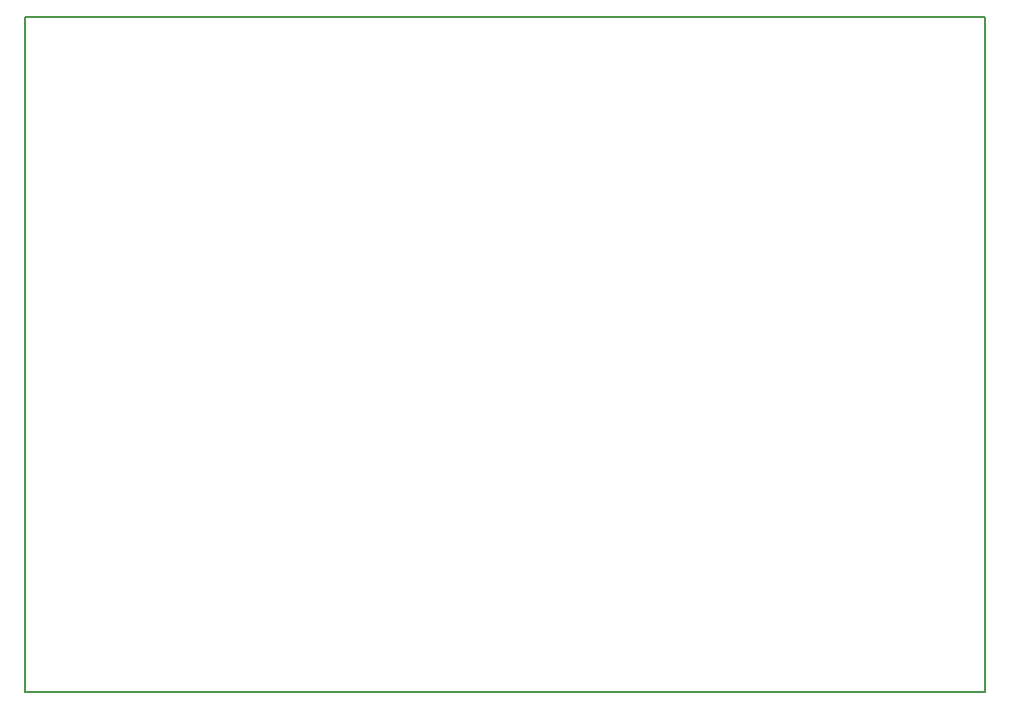
<source format=gm1>
G04 #@! TF.GenerationSoftware,KiCad,Pcbnew,(6.0.0-rc1-dev-305-gf0b8b21)*
G04 #@! TF.CreationDate,2018-11-28T20:16:26-08:00*
G04 #@! TF.ProjectId,EE173_Lab4,45453137335F4C6162342E6B69636164,rev?*
G04 #@! TF.SameCoordinates,Original*
G04 #@! TF.FileFunction,Profile,NP*
%FSLAX46Y46*%
G04 Gerber Fmt 4.6, Leading zero omitted, Abs format (unit mm)*
G04 Created by KiCad (PCBNEW (6.0.0-rc1-dev-305-gf0b8b21)) date Wednesday, November 28, 2018 at 08:16:26 PM*
%MOMM*%
%LPD*%
G01*
G04 APERTURE LIST*
%ADD10C,0.150000*%
G04 APERTURE END LIST*
D10*
X183558307Y-32580910D02*
X264838307Y-32580910D01*
X183558307Y-89730910D02*
X183558307Y-32580910D01*
X264838307Y-89730910D02*
X183558307Y-89730910D01*
X264838307Y-32580910D02*
X264838307Y-89730910D01*
M02*

</source>
